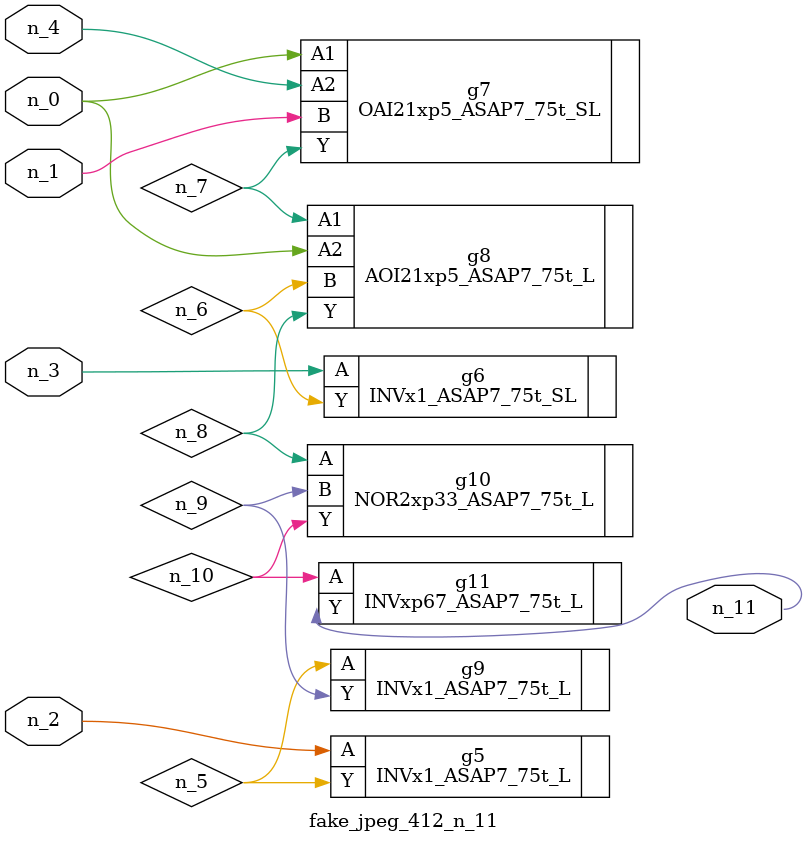
<source format=v>
module fake_jpeg_412_n_11 (n_3, n_2, n_1, n_0, n_4, n_11);

input n_3;
input n_2;
input n_1;
input n_0;
input n_4;

output n_11;

wire n_10;
wire n_8;
wire n_9;
wire n_6;
wire n_5;
wire n_7;

INVx1_ASAP7_75t_L g5 ( 
.A(n_2),
.Y(n_5)
);

INVx1_ASAP7_75t_SL g6 ( 
.A(n_3),
.Y(n_6)
);

OAI21xp5_ASAP7_75t_SL g7 ( 
.A1(n_0),
.A2(n_4),
.B(n_1),
.Y(n_7)
);

AOI21xp5_ASAP7_75t_L g8 ( 
.A1(n_7),
.A2(n_0),
.B(n_6),
.Y(n_8)
);

NOR2xp33_ASAP7_75t_L g10 ( 
.A(n_8),
.B(n_9),
.Y(n_10)
);

INVx1_ASAP7_75t_L g9 ( 
.A(n_5),
.Y(n_9)
);

INVxp67_ASAP7_75t_L g11 ( 
.A(n_10),
.Y(n_11)
);


endmodule
</source>
